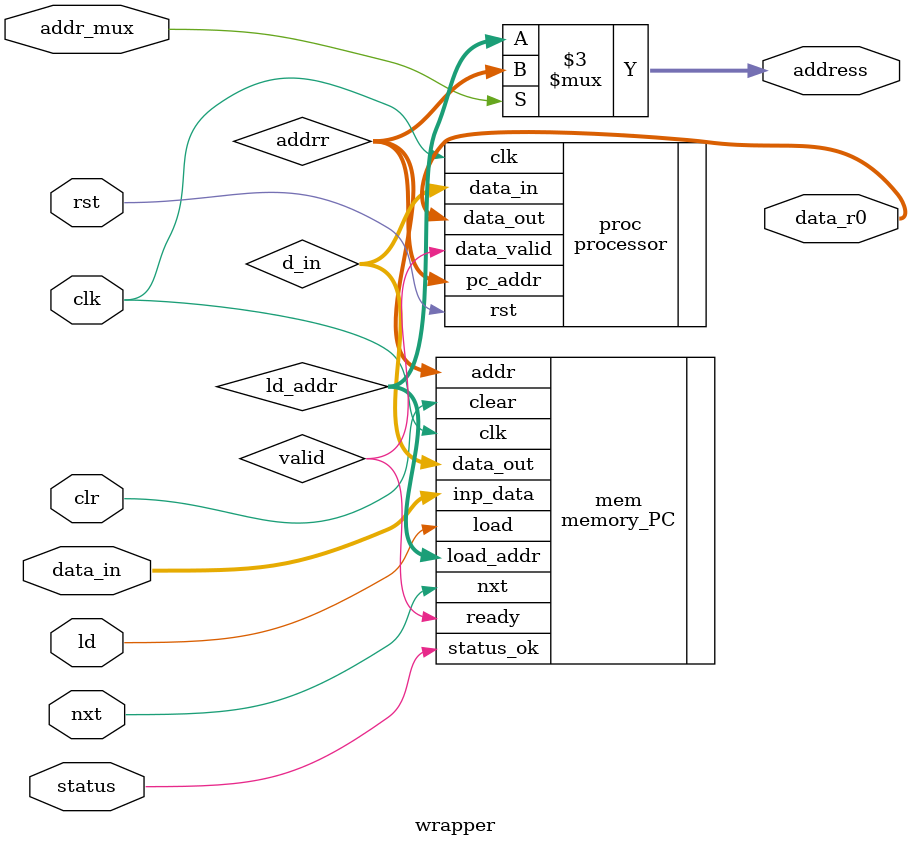
<source format=v>
`timescale 1ns / 1ps


module wrapper(
    input clk, rst, clr, ld, status, nxt, addr_mux,
    input [15:0] data_in,
    output [15:0] data_r0, 
    output reg [2:0] address
    );
    
wire valid;
wire [15:0] d_in;
wire [2:0] addrr, ld_addr, ex_addr;

processor proc(
    .data_valid(valid),
    .rst(rst), 
    .clk(clk),
    .data_in(d_in),
    .data_out(data_r0),
    .pc_addr(addrr)
    );

memory_PC mem (
    .inp_data(data_in),
    .clear(clr), 
    .load(ld), 
    .nxt(nxt),
    .status_ok(status), 
    .clk(clk),
    .addr(addrr),
    .ready(valid),
    .data_out(d_in),
    .load_addr(ld_addr)
    );

always@(*)
begin
    if (addr_mux)
        address <= addrr;
    else
        address <= ld_addr;
end
endmodule

</source>
